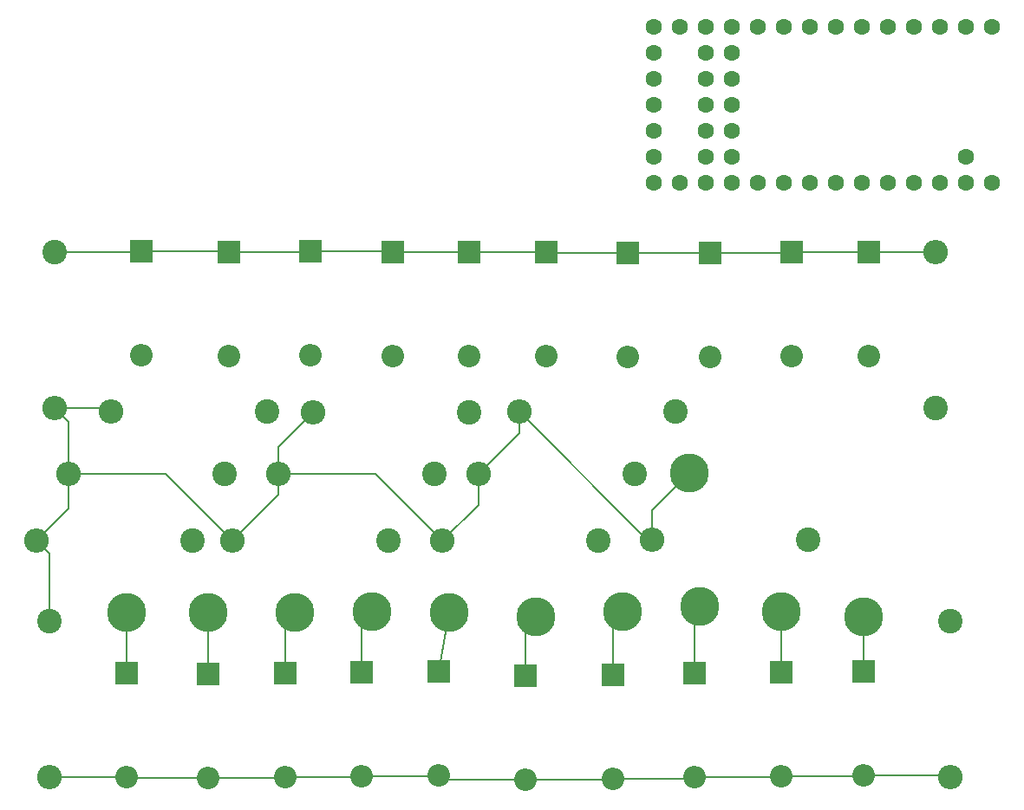
<source format=gbr>
%TF.GenerationSoftware,KiCad,Pcbnew,8.0.1*%
%TF.CreationDate,2024-04-01T06:51:43-04:00*%
%TF.ProjectId,emandoharp,656d616e-646f-4686-9172-702e6b696361,rev?*%
%TF.SameCoordinates,Original*%
%TF.FileFunction,Copper,L1,Top*%
%TF.FilePolarity,Positive*%
%FSLAX46Y46*%
G04 Gerber Fmt 4.6, Leading zero omitted, Abs format (unit mm)*
G04 Created by KiCad (PCBNEW 8.0.1) date 2024-04-01 06:51:43*
%MOMM*%
%LPD*%
G01*
G04 APERTURE LIST*
%TA.AperFunction,Conductor*%
%ADD10C,0.200000*%
%TD*%
%TA.AperFunction,ComponentPad*%
%ADD11C,1.600000*%
%TD*%
%TA.AperFunction,ComponentPad*%
%ADD12R,2.200000X2.200000*%
%TD*%
%TA.AperFunction,ComponentPad*%
%ADD13O,2.200000X2.200000*%
%TD*%
%TA.AperFunction,ComponentPad*%
%ADD14O,2.400000X2.400000*%
%TD*%
%TA.AperFunction,ComponentPad*%
%ADD15C,2.400000*%
%TD*%
%TA.AperFunction,ComponentPad*%
%ADD16C,3.800000*%
%TD*%
G04 APERTURE END LIST*
D10*
%TO.N,Net-(D10-K)*%
X91500000Y-142340000D02*
X92500000Y-136580000D01*
%TD*%
D11*
%TO.P,U1,1,GND*%
%TO.N,unconnected-(U1-GND-Pad1)*%
X145510000Y-79380000D03*
%TO.P,U1,2,0_RX1_CRX2_CS1*%
%TO.N,unconnected-(U1-0_RX1_CRX2_CS1-Pad2)*%
X142970000Y-79380000D03*
%TO.P,U1,3,1_TX1_CTX2_MISO1*%
%TO.N,unconnected-(U1-1_TX1_CTX2_MISO1-Pad3)*%
X140430000Y-79380000D03*
%TO.P,U1,4,2_OUT2*%
%TO.N,unconnected-(U1-2_OUT2-Pad4)*%
X137890000Y-79380000D03*
%TO.P,U1,5,3_LRCLK2*%
%TO.N,unconnected-(U1-3_LRCLK2-Pad5)*%
X135350000Y-79380000D03*
%TO.P,U1,6,4_BCLK2*%
%TO.N,unconnected-(U1-4_BCLK2-Pad6)*%
X132810000Y-79380000D03*
%TO.P,U1,7,5_IN2*%
%TO.N,unconnected-(U1-5_IN2-Pad7)*%
X130270000Y-79380000D03*
%TO.P,U1,8,6_OUT1D*%
%TO.N,unconnected-(U1-6_OUT1D-Pad8)*%
X127730000Y-79380000D03*
%TO.P,U1,9,7_RX2_OUT1A*%
%TO.N,unconnected-(U1-7_RX2_OUT1A-Pad9)*%
X125190000Y-79380000D03*
%TO.P,U1,10,8_TX2_IN1*%
%TO.N,unconnected-(U1-8_TX2_IN1-Pad10)*%
X122650000Y-79380000D03*
%TO.P,U1,11,9_OUT1C*%
%TO.N,unconnected-(U1-9_OUT1C-Pad11)*%
X120110000Y-79380000D03*
%TO.P,U1,12,10_CS_MQSR*%
%TO.N,unconnected-(U1-10_CS_MQSR-Pad12)*%
X117570000Y-79380000D03*
%TO.P,U1,13,11_MOSI_CTX1*%
%TO.N,unconnected-(U1-11_MOSI_CTX1-Pad13)*%
X115030000Y-79380000D03*
%TO.P,U1,14,12_MISO_MQSL*%
%TO.N,unconnected-(U1-12_MISO_MQSL-Pad14)*%
X112490000Y-79380000D03*
%TO.P,U1,15,VBAT*%
%TO.N,unconnected-(U1-VBAT-Pad15)*%
X112490000Y-81920000D03*
%TO.P,U1,16,3V3*%
%TO.N,unconnected-(U1-3V3-Pad16)*%
X112490000Y-84460000D03*
%TO.P,U1,17,GND*%
%TO.N,unconnected-(U1-GND-Pad17)*%
X112490000Y-87000000D03*
%TO.P,U1,18,PROGRAM*%
%TO.N,unconnected-(U1-PROGRAM-Pad18)*%
X112490000Y-89540000D03*
%TO.P,U1,19,ON_OFF*%
%TO.N,unconnected-(U1-ON_OFF-Pad19)*%
X112490000Y-92080000D03*
%TO.P,U1,20,13_SCK_CRX1_LED*%
%TO.N,unconnected-(U1-13_SCK_CRX1_LED-Pad20)*%
X112490000Y-94620000D03*
%TO.P,U1,21,14_A0_TX3_SPDIF_OUT*%
%TO.N,Net-(D1-A)*%
X115030000Y-94620000D03*
%TO.P,U1,22,15_A1_RX3_SPDIF_IN*%
%TO.N,Net-(D3-A)*%
X117570000Y-94620000D03*
%TO.P,U1,23,16_A2_RX4_SCL1*%
%TO.N,Net-(D5-A)*%
X120110000Y-94620000D03*
%TO.P,U1,24,17_A3_TX4_SDA1*%
%TO.N,Net-(D7-A)*%
X122650000Y-94620000D03*
%TO.P,U1,25,18_A4_SDA0*%
%TO.N,Net-(D10-K)*%
X125190000Y-94620000D03*
%TO.P,U1,26,19_A5_SCL0*%
%TO.N,Net-(D11-A)*%
X127730000Y-94620000D03*
%TO.P,U1,27,20_A6_TX5_LRCLK1*%
%TO.N,Net-(D13-A)*%
X130270000Y-94620000D03*
%TO.P,U1,28,21_A7_RX5_BCLK1*%
%TO.N,Net-(D15-A)*%
X132810000Y-94620000D03*
%TO.P,U1,29,22_A8_CTX1*%
%TO.N,Net-(D17-A)*%
X135350000Y-94620000D03*
%TO.P,U1,30,23_A9_CRX1_MCLK1*%
%TO.N,Net-(D19-A)*%
X137890000Y-94620000D03*
%TO.P,U1,31,3V3*%
%TO.N,Net-(R2-Pad1)*%
X140430000Y-94620000D03*
%TO.P,U1,32,GND*%
%TO.N,Net-(R1-Pad1)*%
X142970000Y-94620000D03*
%TO.P,U1,33,VIN*%
%TO.N,unconnected-(U1-VIN-Pad33)*%
X145510000Y-94620000D03*
%TO.P,U1,34,VUSB*%
%TO.N,unconnected-(U1-VUSB-Pad34)*%
X142970000Y-92080000D03*
%TO.P,U1,35,24_A10_TX6_SCL2*%
%TO.N,unconnected-(U1-24_A10_TX6_SCL2-Pad35)*%
X117570000Y-92080000D03*
%TO.P,U1,36,25_A11_RX6_SDA2*%
%TO.N,unconnected-(U1-25_A11_RX6_SDA2-Pad36)*%
X120110000Y-92080000D03*
%TO.P,U1,37,26_A12_MOSI1*%
%TO.N,unconnected-(U1-26_A12_MOSI1-Pad37)*%
X117570000Y-89540000D03*
%TO.P,U1,38,27_A13_SCK1*%
%TO.N,unconnected-(U1-27_A13_SCK1-Pad38)*%
X120110000Y-89540000D03*
%TO.P,U1,39,28_RX7*%
%TO.N,unconnected-(U1-28_RX7-Pad39)*%
X117570000Y-87000000D03*
%TO.P,U1,40,29_TX7*%
%TO.N,unconnected-(U1-29_TX7-Pad40)*%
X120110000Y-87000000D03*
%TO.P,U1,41,30_CRX3*%
%TO.N,unconnected-(U1-30_CRX3-Pad41)*%
X117570000Y-84460000D03*
%TO.P,U1,42,31_CTX3*%
%TO.N,unconnected-(U1-31_CTX3-Pad42)*%
X120110000Y-84460000D03*
%TO.P,U1,43,32_OUT1B*%
%TO.N,unconnected-(U1-32_OUT1B-Pad43)*%
X117570000Y-81920000D03*
%TO.P,U1,44,33_MCLK2*%
%TO.N,unconnected-(U1-33_MCLK2-Pad44)*%
X120110000Y-81920000D03*
%TD*%
D12*
%TO.P,D11,1,K*%
%TO.N,Net-(D1-K)*%
X102000000Y-101340000D03*
D13*
%TO.P,D11,2,A*%
%TO.N,Net-(D11-A)*%
X102000000Y-111500000D03*
%TD*%
D14*
%TO.P,R15,2*%
%TO.N,Net-(PC1-Pad1)*%
X112380000Y-129500000D03*
D15*
%TO.P,R15,1*%
%TO.N,Net-(D19-A)*%
X127620000Y-129500000D03*
%TD*%
%TO.P,R14,1*%
%TO.N,Net-(D17-A)*%
X114620000Y-117000000D03*
D14*
%TO.P,R14,2*%
%TO.N,Net-(PC1-Pad1)*%
X99380000Y-117000000D03*
%TD*%
D15*
%TO.P,R13,1*%
%TO.N,Net-(D15-A)*%
X110620000Y-123080000D03*
D14*
%TO.P,R13,2*%
%TO.N,Net-(PC1-Pad1)*%
X95380000Y-123080000D03*
%TD*%
D15*
%TO.P,R12,1*%
%TO.N,Net-(D13-A)*%
X107120000Y-129580000D03*
D14*
%TO.P,R12,2*%
%TO.N,Net-(PC1-Pad1)*%
X91880000Y-129580000D03*
%TD*%
D15*
%TO.P,R11,1*%
%TO.N,Net-(D11-A)*%
X94500000Y-117080000D03*
D14*
%TO.P,R11,2*%
%TO.N,Net-(PC1-Pad1)*%
X79260000Y-117080000D03*
%TD*%
D15*
%TO.P,R9,1*%
%TO.N,Net-(D10-K)*%
X91120000Y-123080000D03*
D14*
%TO.P,R9,2*%
%TO.N,Net-(PC1-Pad1)*%
X75880000Y-123080000D03*
%TD*%
D15*
%TO.P,R8,1*%
%TO.N,Net-(D7-A)*%
X86620000Y-129580000D03*
D14*
%TO.P,R8,2*%
%TO.N,Net-(PC1-Pad1)*%
X71380000Y-129580000D03*
%TD*%
%TO.P,R7,2*%
%TO.N,Net-(PC1-Pad1)*%
X59500000Y-117000000D03*
D15*
%TO.P,R7,1*%
%TO.N,Net-(D5-A)*%
X74740000Y-117000000D03*
%TD*%
%TO.P,R6,1*%
%TO.N,Net-(D3-A)*%
X70620000Y-123080000D03*
D14*
%TO.P,R6,2*%
%TO.N,Net-(PC1-Pad1)*%
X55380000Y-123080000D03*
%TD*%
D15*
%TO.P,R5,1*%
%TO.N,Net-(D1-A)*%
X67500000Y-129580000D03*
D14*
%TO.P,R5,2*%
%TO.N,Net-(PC1-Pad1)*%
X52260000Y-129580000D03*
%TD*%
%TO.P,R4,2*%
%TO.N,Net-(D10-A)*%
X53500000Y-152700000D03*
D15*
%TO.P,R4,1*%
%TO.N,Net-(PC1-Pad1)*%
X53500000Y-137460000D03*
%TD*%
D14*
%TO.P,R3,2*%
%TO.N,Net-(PC1-Pad1)*%
X54000000Y-116580000D03*
D15*
%TO.P,R3,1*%
%TO.N,Net-(D1-K)*%
X54000000Y-101340000D03*
%TD*%
D14*
%TO.P,R2,2*%
%TO.N,Net-(D1-K)*%
X140000000Y-101380000D03*
D15*
%TO.P,R2,1*%
%TO.N,Net-(R2-Pad1)*%
X140000000Y-116620000D03*
%TD*%
%TO.P,R1,1*%
%TO.N,Net-(R1-Pad1)*%
X141500000Y-137460000D03*
D14*
%TO.P,R1,2*%
%TO.N,Net-(D10-A)*%
X141500000Y-152700000D03*
%TD*%
D16*
%TO.P,PC1,1,1*%
%TO.N,Net-(PC1-Pad1)*%
X116000000Y-123000000D03*
%TD*%
%TO.P,P10,1,1*%
%TO.N,Net-(D19-A)*%
X133000000Y-137000000D03*
%TD*%
%TO.P,P9,1,1*%
%TO.N,Net-(D17-A)*%
X125000000Y-136500000D03*
%TD*%
%TO.P,P8,1,1*%
%TO.N,Net-(D15-A)*%
X117000000Y-136000000D03*
%TD*%
%TO.P,P7,1,1*%
%TO.N,Net-(D13-A)*%
X109500000Y-136500000D03*
%TD*%
%TO.P,P6,1,1*%
%TO.N,Net-(D11-A)*%
X101000000Y-137000000D03*
%TD*%
%TO.P,P5,1,1*%
%TO.N,Net-(D10-K)*%
X92500000Y-136580000D03*
%TD*%
%TO.P,P4,1,1*%
%TO.N,Net-(D7-A)*%
X85000000Y-136500000D03*
%TD*%
%TO.P,P3,1,1*%
%TO.N,Net-(D5-A)*%
X77500000Y-136580000D03*
%TD*%
%TO.P,P2,1,1*%
%TO.N,Net-(D3-A)*%
X69000000Y-136580000D03*
%TD*%
%TO.P,P1,1,1*%
%TO.N,Net-(D1-A)*%
X61000000Y-136580000D03*
%TD*%
D13*
%TO.P,D20,2,A*%
%TO.N,Net-(D10-A)*%
X133000000Y-152520000D03*
D12*
%TO.P,D20,1,K*%
%TO.N,Net-(D19-A)*%
X133000000Y-142360000D03*
%TD*%
%TO.P,D19,1,K*%
%TO.N,Net-(D1-K)*%
X133500000Y-101420000D03*
D13*
%TO.P,D19,2,A*%
%TO.N,Net-(D19-A)*%
X133500000Y-111580000D03*
%TD*%
%TO.P,D18,2,A*%
%TO.N,Net-(D10-A)*%
X125000000Y-152600000D03*
D12*
%TO.P,D18,1,K*%
%TO.N,Net-(D17-A)*%
X125000000Y-142440000D03*
%TD*%
D13*
%TO.P,D17,2,A*%
%TO.N,Net-(D17-A)*%
X126000000Y-111580000D03*
D12*
%TO.P,D17,1,K*%
%TO.N,Net-(D1-K)*%
X126000000Y-101420000D03*
%TD*%
%TO.P,D16,1,K*%
%TO.N,Net-(D15-A)*%
X116500000Y-142500000D03*
D13*
%TO.P,D16,2,A*%
%TO.N,Net-(D10-A)*%
X116500000Y-152660000D03*
%TD*%
D12*
%TO.P,D15,1,K*%
%TO.N,Net-(D1-K)*%
X118000000Y-101500000D03*
D13*
%TO.P,D15,2,A*%
%TO.N,Net-(D15-A)*%
X118000000Y-111660000D03*
%TD*%
D12*
%TO.P,D14,1,K*%
%TO.N,Net-(D13-A)*%
X108500000Y-142680000D03*
D13*
%TO.P,D14,2,A*%
%TO.N,Net-(D10-A)*%
X108500000Y-152840000D03*
%TD*%
D12*
%TO.P,D13,1,K*%
%TO.N,Net-(D1-K)*%
X110000000Y-101500000D03*
D13*
%TO.P,D13,2,A*%
%TO.N,Net-(D13-A)*%
X110000000Y-111660000D03*
%TD*%
D12*
%TO.P,D12,1,K*%
%TO.N,Net-(D11-A)*%
X100000000Y-142760000D03*
D13*
%TO.P,D12,2,A*%
%TO.N,Net-(D10-A)*%
X100000000Y-152920000D03*
%TD*%
%TO.P,D10,2,A*%
%TO.N,Net-(D10-A)*%
X91500000Y-152500000D03*
D12*
%TO.P,D10,1,K*%
%TO.N,Net-(D10-K)*%
X91500000Y-142340000D03*
%TD*%
%TO.P,D9,1,K*%
%TO.N,Net-(D1-K)*%
X94500000Y-101420000D03*
D13*
%TO.P,D9,2,A*%
%TO.N,Net-(D10-K)*%
X94500000Y-111580000D03*
%TD*%
%TO.P,D8,2,A*%
%TO.N,Net-(D10-A)*%
X84000000Y-152580000D03*
D12*
%TO.P,D8,1,K*%
%TO.N,Net-(D7-A)*%
X84000000Y-142420000D03*
%TD*%
%TO.P,D7,1,K*%
%TO.N,Net-(D1-K)*%
X87000000Y-101420000D03*
D13*
%TO.P,D7,2,A*%
%TO.N,Net-(D7-A)*%
X87000000Y-111580000D03*
%TD*%
D12*
%TO.P,D6,1,K*%
%TO.N,Net-(D5-A)*%
X76500000Y-142500000D03*
D13*
%TO.P,D6,2,A*%
%TO.N,Net-(D10-A)*%
X76500000Y-152660000D03*
%TD*%
%TO.P,D5,2,A*%
%TO.N,Net-(D5-A)*%
X79000000Y-111460000D03*
D12*
%TO.P,D5,1,K*%
%TO.N,Net-(D1-K)*%
X79000000Y-101300000D03*
%TD*%
%TO.P,D4,1,K*%
%TO.N,Net-(D3-A)*%
X69000000Y-142580000D03*
D13*
%TO.P,D4,2,A*%
%TO.N,Net-(D10-A)*%
X69000000Y-152740000D03*
%TD*%
D12*
%TO.P,D3,1,K*%
%TO.N,Net-(D1-K)*%
X71000000Y-101380000D03*
D13*
%TO.P,D3,2,A*%
%TO.N,Net-(D3-A)*%
X71000000Y-111540000D03*
%TD*%
%TO.P,D2,2,A*%
%TO.N,Net-(D10-A)*%
X61000000Y-152660000D03*
D12*
%TO.P,D2,1,K*%
%TO.N,Net-(D1-A)*%
X61000000Y-142500000D03*
%TD*%
D13*
%TO.P,D1,2,A*%
%TO.N,Net-(D1-A)*%
X62500000Y-111460000D03*
D12*
%TO.P,D1,1,K*%
%TO.N,Net-(D1-K)*%
X62500000Y-101300000D03*
%TD*%
D10*
%TO.N,Net-(D1-K)*%
X133500000Y-101420000D02*
X139960000Y-101420000D01*
X139960000Y-101420000D02*
X140000000Y-101380000D01*
X126000000Y-101420000D02*
X133500000Y-101420000D01*
X118000000Y-101500000D02*
X125920000Y-101500000D01*
X125920000Y-101500000D02*
X126000000Y-101420000D01*
X110000000Y-101500000D02*
X118000000Y-101500000D01*
X102000000Y-101340000D02*
X102840000Y-101340000D01*
X103000000Y-101500000D02*
X110000000Y-101500000D01*
X102840000Y-101340000D02*
X103000000Y-101500000D01*
X94500000Y-101420000D02*
X101920000Y-101420000D01*
X101920000Y-101420000D02*
X102000000Y-101340000D01*
X87000000Y-101420000D02*
X94500000Y-101420000D01*
X79000000Y-101300000D02*
X86880000Y-101300000D01*
X86880000Y-101300000D02*
X87000000Y-101420000D01*
X71000000Y-101380000D02*
X78920000Y-101380000D01*
X78920000Y-101380000D02*
X79000000Y-101300000D01*
X62500000Y-101300000D02*
X70920000Y-101300000D01*
X70920000Y-101300000D02*
X71000000Y-101380000D01*
X54000000Y-101340000D02*
X62460000Y-101340000D01*
X62460000Y-101340000D02*
X62500000Y-101300000D01*
%TO.N,Net-(PC1-Pad1)*%
X54000000Y-116580000D02*
X59080000Y-116580000D01*
X59080000Y-116580000D02*
X59500000Y-117000000D01*
X112380000Y-129500000D02*
X112380000Y-126620000D01*
X112380000Y-126620000D02*
X116000000Y-123000000D01*
X99380000Y-117000000D02*
X111880000Y-129500000D01*
X111880000Y-129500000D02*
X112380000Y-129500000D01*
X95380000Y-123080000D02*
X99380000Y-119080000D01*
X99380000Y-119080000D02*
X99380000Y-117000000D01*
X75880000Y-123080000D02*
X75880000Y-120460000D01*
X75880000Y-120460000D02*
X79260000Y-117080000D01*
X91880000Y-129580000D02*
X95380000Y-126080000D01*
X95380000Y-126080000D02*
X95380000Y-123080000D01*
X75880000Y-123080000D02*
X85380000Y-123080000D01*
X85380000Y-123080000D02*
X91880000Y-129580000D01*
X71380000Y-129580000D02*
X75880000Y-125080000D01*
X75880000Y-125080000D02*
X75880000Y-123080000D01*
X55380000Y-123080000D02*
X64880000Y-123080000D01*
X64880000Y-123080000D02*
X71380000Y-129580000D01*
X55380000Y-123080000D02*
X55380000Y-117960000D01*
X55380000Y-117960000D02*
X54000000Y-116580000D01*
X52260000Y-129580000D02*
X55380000Y-126460000D01*
X55380000Y-126460000D02*
X55380000Y-123080000D01*
X53500000Y-137460000D02*
X53500000Y-130820000D01*
X53500000Y-130820000D02*
X52260000Y-129580000D01*
%TO.N,Net-(D19-A)*%
X133000000Y-142360000D02*
X133000000Y-137000000D01*
%TO.N,Net-(D17-A)*%
X125000000Y-142440000D02*
X125000000Y-136500000D01*
%TO.N,Net-(D15-A)*%
X116500000Y-142500000D02*
X116500000Y-136500000D01*
X116500000Y-136500000D02*
X117000000Y-136000000D01*
%TO.N,Net-(D13-A)*%
X108500000Y-142680000D02*
X108500000Y-137500000D01*
X108500000Y-137500000D02*
X109500000Y-136500000D01*
%TO.N,Net-(D11-A)*%
X100000000Y-142760000D02*
X100000000Y-138000000D01*
X100000000Y-138000000D02*
X101000000Y-137000000D01*
%TO.N,Net-(D7-A)*%
X84000000Y-142420000D02*
X84000000Y-137500000D01*
X84000000Y-137500000D02*
X85000000Y-136500000D01*
%TO.N,Net-(D5-A)*%
X76500000Y-142500000D02*
X76500000Y-137580000D01*
X76500000Y-137580000D02*
X77500000Y-136580000D01*
%TO.N,Net-(D3-A)*%
X69000000Y-142580000D02*
X69000000Y-136580000D01*
%TO.N,Net-(D1-A)*%
X61000000Y-142500000D02*
X61000000Y-136580000D01*
%TO.N,Net-(D10-A)*%
X133000000Y-152520000D02*
X141320000Y-152520000D01*
X141320000Y-152520000D02*
X141500000Y-152700000D01*
X125000000Y-152600000D02*
X132920000Y-152600000D01*
X132920000Y-152600000D02*
X133000000Y-152520000D01*
X116500000Y-152660000D02*
X124940000Y-152660000D01*
X124940000Y-152660000D02*
X125000000Y-152600000D01*
X108500000Y-152840000D02*
X116320000Y-152840000D01*
X116320000Y-152840000D02*
X116500000Y-152660000D01*
X100000000Y-152920000D02*
X108420000Y-152920000D01*
X108420000Y-152920000D02*
X108500000Y-152840000D01*
X91500000Y-152500000D02*
X92000000Y-152500000D01*
X92000000Y-152500000D02*
X92420000Y-152920000D01*
X92420000Y-152920000D02*
X100000000Y-152920000D01*
X84000000Y-152580000D02*
X91420000Y-152580000D01*
X91420000Y-152580000D02*
X91500000Y-152500000D01*
X76500000Y-152660000D02*
X83920000Y-152660000D01*
X83920000Y-152660000D02*
X84000000Y-152580000D01*
X69000000Y-152740000D02*
X76420000Y-152740000D01*
X76420000Y-152740000D02*
X76500000Y-152660000D01*
X61000000Y-152660000D02*
X61840000Y-152660000D01*
X61840000Y-152660000D02*
X61920000Y-152740000D01*
X61920000Y-152740000D02*
X69000000Y-152740000D01*
X53500000Y-152700000D02*
X60960000Y-152700000D01*
X60960000Y-152700000D02*
X61000000Y-152660000D01*
%TD*%
M02*

</source>
